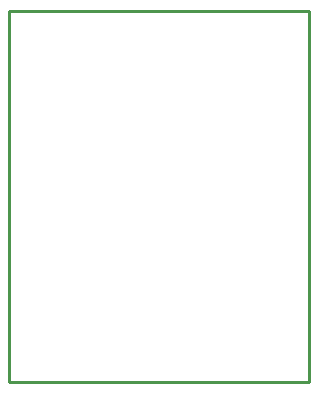
<source format=gbr>
G04 EAGLE Gerber RS-274X export*
G75*
%MOMM*%
%FSLAX34Y34*%
%LPD*%
%IN*%
%IPPOS*%
%AMOC8*
5,1,8,0,0,1.08239X$1,22.5*%
G01*
%ADD10C,0.254000*%


D10*
X12700Y381000D02*
X266500Y381000D01*
X266500Y695200D01*
X12700Y695200D01*
X12700Y381000D01*
M02*

</source>
